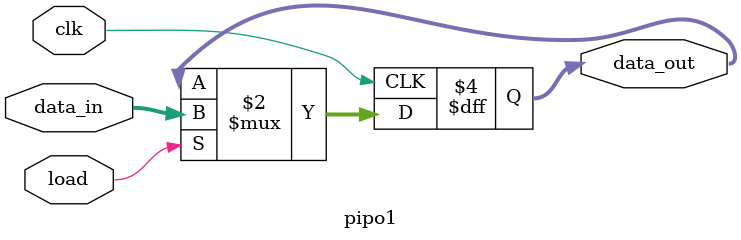
<source format=v>
module pipo1(data_out, data_in, load, clk);
	input[15:0] data_in;
	input load, clk;
	output reg[15:0] data_out;

	always @(posedge clk) begin
		if (load)
			data_out <= data_in;
	end
endmodule

</source>
